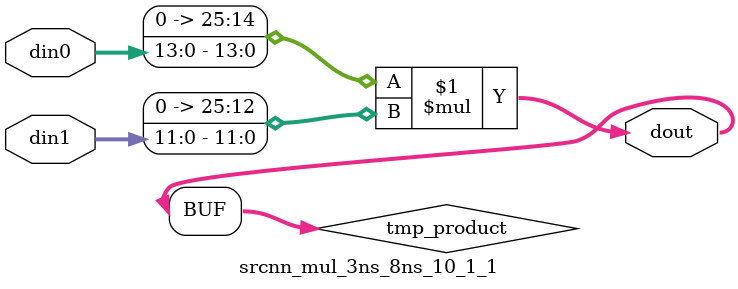
<source format=v>

`timescale 1 ns / 1 ps

  module srcnn_mul_3ns_8ns_10_1_1(din0, din1, dout);
parameter ID = 1;
parameter NUM_STAGE = 0;
parameter din0_WIDTH = 14;
parameter din1_WIDTH = 12;
parameter dout_WIDTH = 26;

input [din0_WIDTH - 1 : 0] din0; 
input [din1_WIDTH - 1 : 0] din1; 
output [dout_WIDTH - 1 : 0] dout;

wire signed [dout_WIDTH - 1 : 0] tmp_product;










assign tmp_product = $signed({1'b0, din0}) * $signed({1'b0, din1});











assign dout = tmp_product;







endmodule

</source>
